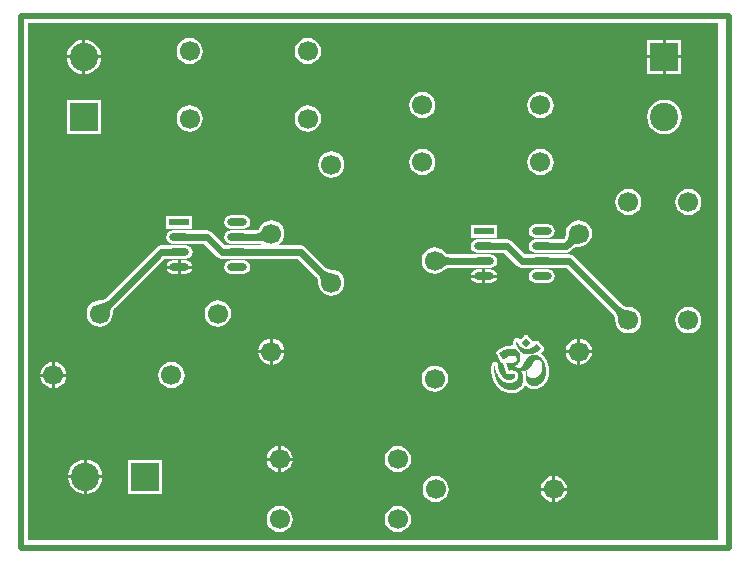
<source format=gtl>
G04 Layer_Physical_Order=1*
G04 Layer_Color=6759642*
%FSLAX44Y44*%
%MOMM*%
G71*
G01*
G75*
%ADD10O,1.7000X0.6000*%
%ADD11R,1.7000X0.6000*%
%ADD12C,0.6000*%
%ADD13C,0.5000*%
%ADD14R,2.4000X2.4000*%
%ADD15C,2.4000*%
%ADD16R,2.4000X2.4000*%
%ADD17C,1.7000*%
G36*
X590550Y6350D02*
X6350D01*
Y444500D01*
X590550D01*
Y6350D01*
D02*
G37*
%LPC*%
G36*
X223058Y164630D02*
X213360D01*
Y154932D01*
X214972Y155144D01*
X217658Y156257D01*
X219964Y158026D01*
X221733Y160332D01*
X222846Y163018D01*
X223058Y164630D01*
D02*
G37*
G36*
X471170D02*
X461472D01*
X461684Y163018D01*
X462797Y160332D01*
X464566Y158026D01*
X466872Y156257D01*
X469558Y155144D01*
X471170Y154932D01*
Y164630D01*
D02*
G37*
G36*
X210820Y176868D02*
X209208Y176656D01*
X206522Y175543D01*
X204216Y173774D01*
X202447Y171468D01*
X201334Y168782D01*
X201122Y167170D01*
X210820D01*
Y176868D01*
D02*
G37*
G36*
X483408Y164630D02*
X473710D01*
Y154932D01*
X475322Y155144D01*
X478008Y156257D01*
X480314Y158026D01*
X482083Y160332D01*
X483196Y163018D01*
X483408Y164630D01*
D02*
G37*
G36*
X210820D02*
X201122D01*
X201334Y163018D01*
X202447Y160332D01*
X204216Y158026D01*
X206522Y156257D01*
X209208Y155144D01*
X210820Y154932D01*
Y164630D01*
D02*
G37*
G36*
X38438Y144780D02*
X28740D01*
Y135082D01*
X30352Y135294D01*
X33038Y136407D01*
X35344Y138176D01*
X37113Y140482D01*
X38226Y143168D01*
X38438Y144780D01*
D02*
G37*
G36*
X26200D02*
X16502D01*
X16714Y143168D01*
X17827Y140482D01*
X19596Y138176D01*
X21902Y136407D01*
X24588Y135294D01*
X26200Y135082D01*
Y144780D01*
D02*
G37*
G36*
X28740Y157018D02*
Y147320D01*
X38438D01*
X38226Y148932D01*
X37113Y151618D01*
X35344Y153924D01*
X33038Y155693D01*
X30352Y156806D01*
X28740Y157018D01*
D02*
G37*
G36*
X26200D02*
X24588Y156806D01*
X21902Y155693D01*
X19596Y153924D01*
X17827Y151618D01*
X16714Y148932D01*
X16502Y147320D01*
X26200D01*
Y157018D01*
D02*
G37*
G36*
X471170Y176868D02*
X469558Y176656D01*
X466872Y175543D01*
X464566Y173774D01*
X462797Y171468D01*
X461684Y168782D01*
X461472Y167170D01*
X471170D01*
Y176868D01*
D02*
G37*
G36*
X118910Y255839D02*
X116748Y255409D01*
X114916Y254184D01*
X114916Y254184D01*
X71426Y210694D01*
X71209Y210521D01*
X70742Y210206D01*
X70264Y209938D01*
X69771Y209713D01*
X69260Y209531D01*
X68727Y209388D01*
X68166Y209287D01*
X67575Y209227D01*
X67140Y209216D01*
X66840Y209255D01*
X63958Y208876D01*
X61272Y207763D01*
X58966Y205994D01*
X57197Y203688D01*
X56084Y201002D01*
X55705Y198120D01*
X56084Y195238D01*
X57197Y192552D01*
X58966Y190246D01*
X61272Y188477D01*
X63958Y187364D01*
X66840Y186985D01*
X69722Y187364D01*
X72408Y188477D01*
X74714Y190246D01*
X76483Y192552D01*
X77596Y195238D01*
X77975Y198120D01*
X77936Y198420D01*
X77947Y198855D01*
X78007Y199446D01*
X78108Y200007D01*
X78251Y200540D01*
X78433Y201051D01*
X78658Y201544D01*
X78926Y202022D01*
X79241Y202489D01*
X79414Y202706D01*
X121250Y244541D01*
X139750D01*
X141912Y244971D01*
X143744Y246196D01*
X144969Y248028D01*
X145399Y250190D01*
X144969Y252352D01*
X143744Y254184D01*
X141912Y255409D01*
X139750Y255839D01*
X118910D01*
X118910Y255839D01*
D02*
G37*
G36*
X166840Y209255D02*
X163958Y208876D01*
X161272Y207763D01*
X158966Y205994D01*
X157197Y203688D01*
X156084Y201002D01*
X155705Y198120D01*
X156084Y195238D01*
X157197Y192552D01*
X158966Y190246D01*
X161272Y188477D01*
X163958Y187364D01*
X166840Y186985D01*
X169722Y187364D01*
X172408Y188477D01*
X174714Y190246D01*
X176483Y192552D01*
X177596Y195238D01*
X177975Y198120D01*
X177596Y201002D01*
X176483Y203688D01*
X174714Y205994D01*
X172408Y207763D01*
X169722Y208876D01*
X166840Y209255D01*
D02*
G37*
G36*
X402956Y228600D02*
X393330D01*
Y224221D01*
X397560D01*
X399722Y224651D01*
X401554Y225876D01*
X402779Y227708D01*
X402956Y228600D01*
D02*
G37*
G36*
X390790D02*
X381164D01*
X381342Y227708D01*
X382566Y225876D01*
X384398Y224651D01*
X386560Y224221D01*
X390790D01*
Y228600D01*
D02*
G37*
G36*
X565150Y203705D02*
X562268Y203326D01*
X559582Y202213D01*
X557276Y200444D01*
X555507Y198138D01*
X554394Y195452D01*
X554015Y192570D01*
X554394Y189688D01*
X555507Y187002D01*
X557276Y184696D01*
X559582Y182927D01*
X562268Y181814D01*
X565150Y181435D01*
X568032Y181814D01*
X570718Y182927D01*
X573024Y184696D01*
X574793Y187002D01*
X575906Y189688D01*
X576285Y192570D01*
X575906Y195452D01*
X574793Y198138D01*
X573024Y200444D01*
X570718Y202213D01*
X568032Y203326D01*
X565150Y203705D01*
D02*
G37*
G36*
X473710Y176868D02*
Y167170D01*
X483408D01*
X483196Y168782D01*
X482083Y171468D01*
X480314Y173774D01*
X478008Y175543D01*
X475322Y176656D01*
X473710Y176868D01*
D02*
G37*
G36*
X213360D02*
Y167170D01*
X223058D01*
X222846Y168782D01*
X221733Y171468D01*
X219964Y173774D01*
X217658Y175543D01*
X214972Y176656D01*
X213360Y176868D01*
D02*
G37*
G36*
X411480Y260919D02*
X411480Y260919D01*
X386560D01*
X384398Y260489D01*
X382566Y259264D01*
X381342Y257432D01*
X380911Y255270D01*
X381342Y253108D01*
X382566Y251276D01*
X384398Y250051D01*
X386560Y249622D01*
X409140D01*
X420186Y238576D01*
X420186Y238576D01*
X422018Y237351D01*
X424180Y236921D01*
X424180Y236922D01*
X462010D01*
X501776Y197156D01*
X501949Y196939D01*
X502264Y196472D01*
X502532Y195994D01*
X502757Y195501D01*
X502939Y194990D01*
X503082Y194457D01*
X503183Y193896D01*
X503243Y193305D01*
X503254Y192870D01*
X503215Y192570D01*
X503594Y189688D01*
X504707Y187002D01*
X506476Y184696D01*
X508782Y182927D01*
X511468Y181814D01*
X514350Y181435D01*
X517232Y181814D01*
X519918Y182927D01*
X522224Y184696D01*
X523993Y187002D01*
X525106Y189688D01*
X525485Y192570D01*
X525106Y195452D01*
X523993Y198138D01*
X522224Y200444D01*
X519918Y202213D01*
X517232Y203326D01*
X514350Y203705D01*
X514050Y203666D01*
X513615Y203677D01*
X513024Y203737D01*
X512463Y203838D01*
X511930Y203981D01*
X511419Y204163D01*
X510926Y204388D01*
X510448Y204656D01*
X509981Y204971D01*
X509764Y205144D01*
X468344Y246564D01*
X466512Y247789D01*
X464350Y248219D01*
X464350Y248218D01*
X426520D01*
X415474Y259264D01*
X413642Y260489D01*
X411480Y260919D01*
D02*
G37*
G36*
X427890Y180130D02*
X427809Y180114D01*
X427726Y180125D01*
X427316Y180016D01*
X426899Y179933D01*
X426830Y179886D01*
X426750Y179865D01*
X426412Y179607D01*
X426059Y179371D01*
X426013Y179302D01*
X425947Y179252D01*
X423367Y176324D01*
X422880Y176304D01*
X422516Y176374D01*
X421923Y176606D01*
X421844Y176697D01*
X421682Y176958D01*
X421518Y177076D01*
X421385Y177230D01*
X421111Y177369D01*
X420862Y177548D01*
X420664Y177594D01*
X420483Y177685D01*
X420177Y177708D01*
X419878Y177778D01*
X419678Y177745D01*
X419476Y177761D01*
X419184Y177665D01*
X418881Y177615D01*
X418708Y177508D01*
X418516Y177445D01*
X418283Y177244D01*
X418022Y177082D01*
X417904Y176918D01*
X417750Y176785D01*
X417612Y176511D01*
X417432Y176262D01*
X417386Y176064D01*
X417295Y175883D01*
X417045Y174983D01*
X417019Y174634D01*
X416950Y174290D01*
Y172740D01*
X417009Y172444D01*
X417012Y172352D01*
X416974Y172196D01*
X416859Y171994D01*
X415950Y171150D01*
X415717Y171160D01*
X415634Y171147D01*
X415550Y171161D01*
X414885Y171145D01*
X414829Y171133D01*
X414772Y171140D01*
X413941Y171084D01*
X413898Y171073D01*
X413854Y171077D01*
X413258Y171016D01*
X413224Y171006D01*
X413189Y171008D01*
X412695Y170945D01*
X412653Y170931D01*
X412607Y170932D01*
X411823Y170804D01*
X411763Y170782D01*
X411699Y170781D01*
X410829Y170595D01*
X410771Y170570D01*
X410709Y170566D01*
X410138Y170415D01*
X410078Y170386D01*
X410010Y170378D01*
X409170Y170109D01*
X409101Y170071D01*
X409025Y170058D01*
X408386Y169811D01*
X408319Y169768D01*
X408241Y169750D01*
X407502Y169411D01*
X407432Y169360D01*
X407350Y169335D01*
X406490Y168870D01*
X406440Y168828D01*
X406378Y168806D01*
X405734Y168416D01*
X405703Y168387D01*
X405664Y168372D01*
X405031Y167959D01*
X405010Y167939D01*
X404983Y167927D01*
X404301Y167462D01*
X404200Y167359D01*
X404075Y167288D01*
X403522Y166814D01*
X403409Y166669D01*
X403262Y166557D01*
X403100Y166275D01*
X402899Y166019D01*
X402849Y165842D01*
X402757Y165682D01*
X402715Y165360D01*
X402627Y165046D01*
X402649Y164863D01*
X402625Y164680D01*
X402709Y164366D01*
X402748Y164043D01*
X402839Y163882D01*
X402886Y163704D01*
X405713Y157969D01*
X405855Y157783D01*
X405956Y157571D01*
X406160Y157386D01*
X406328Y157167D01*
X406531Y157050D01*
X406704Y156893D01*
X406964Y156800D01*
X407203Y156662D01*
X407435Y156631D01*
X407656Y156552D01*
X407931Y156566D01*
X408138Y156538D01*
X408179Y156358D01*
X408209Y156025D01*
X410437Y148476D01*
X410560Y148242D01*
X410637Y147988D01*
X410793Y147799D01*
X410907Y147582D01*
X411110Y147412D01*
X411279Y147207D01*
X411495Y147092D01*
X411683Y146935D01*
X411936Y146856D01*
X412170Y146731D01*
X412414Y146707D01*
X412648Y146634D01*
X412912Y146658D01*
X413176Y146632D01*
X413410Y146703D01*
X413654Y146726D01*
X413889Y146849D01*
X414142Y146926D01*
X414332Y147081D01*
X414549Y147195D01*
X414696Y147371D01*
X414749Y147405D01*
X414868Y147437D01*
X415594Y147526D01*
X415905Y147532D01*
X416107Y147522D01*
X416897Y147394D01*
X417311Y147268D01*
X417728Y147089D01*
X418083Y146878D01*
X418239Y146754D01*
X418377Y146605D01*
X418417Y146544D01*
X418475Y146420D01*
X418549Y146177D01*
X418593Y145906D01*
X418610Y145615D01*
X418600Y145285D01*
X418565Y144970D01*
X418529Y144766D01*
X418488Y144588D01*
X418367Y144203D01*
X418325Y144103D01*
X418139Y143757D01*
X417990Y143550D01*
X417866Y143411D01*
X417696Y143250D01*
X417567Y143144D01*
X417294Y142951D01*
X416991Y142771D01*
X416796Y142671D01*
X416582Y142573D01*
X416287Y142455D01*
X416023Y142363D01*
X415808Y142299D01*
X415318Y142181D01*
X414936Y142114D01*
X414695Y142082D01*
X414353Y142050D01*
X414088Y142035D01*
X413818Y142027D01*
X413465Y142028D01*
X413071Y142043D01*
X412761Y142065D01*
X412415Y142102D01*
X412076Y142151D01*
X411747Y142211D01*
X411427Y142284D01*
X411119Y142369D01*
X410817Y142467D01*
X410601Y142548D01*
X410316Y142671D01*
X410127Y142764D01*
X409800Y142946D01*
X409552Y143105D01*
X409295Y143288D01*
X409111Y143430D01*
X408749Y143741D01*
X408397Y144079D01*
X408236Y144248D01*
X407692Y144878D01*
X407395Y145264D01*
X407008Y145817D01*
X406644Y146393D01*
X406405Y146803D01*
X406047Y147475D01*
X405501Y148639D01*
X405395Y148888D01*
X405039Y149780D01*
X404694Y150738D01*
X404496Y151362D01*
X404303Y152087D01*
X404138Y152941D01*
X404057Y153667D01*
X404021Y154524D01*
X403958Y154789D01*
X403943Y155060D01*
X403812Y155573D01*
X403715Y155775D01*
X403665Y155993D01*
X403499Y156226D01*
X403375Y156484D01*
X403208Y156634D01*
X403078Y156816D01*
X402836Y156968D01*
X402623Y157159D01*
X402412Y157233D01*
X402222Y157352D01*
X401940Y157400D01*
X401670Y157495D01*
X401446Y157483D01*
X401226Y157520D01*
X400946Y157455D01*
X400661Y157440D01*
X400459Y157343D01*
X400241Y157293D01*
X400007Y157127D01*
X399749Y157003D01*
X399600Y156837D01*
X399418Y156707D01*
X399266Y156464D01*
X399075Y156251D01*
X399000Y156040D01*
X398882Y155850D01*
X398751Y155506D01*
X398714Y155288D01*
X398630Y155082D01*
X398524Y154537D01*
X398524Y154514D01*
X398516Y154493D01*
X398450Y154118D01*
X398451Y154080D01*
X398438Y154044D01*
X398323Y153263D01*
X398327Y153178D01*
X398304Y153096D01*
X398215Y152000D01*
X398226Y151911D01*
X398207Y151823D01*
X398199Y151157D01*
X398210Y151097D01*
X398200Y151037D01*
X398233Y150073D01*
X398245Y150020D01*
X398239Y149966D01*
X398301Y149148D01*
X398314Y149099D01*
X398310Y149048D01*
X398424Y148051D01*
X398439Y148006D01*
X398437Y147959D01*
X398553Y147192D01*
X398577Y147126D01*
X398577Y147056D01*
X398966Y145172D01*
X398989Y145117D01*
X398992Y145057D01*
X399086Y144687D01*
X399103Y144651D01*
X399107Y144612D01*
X399410Y143554D01*
X399432Y143511D01*
X399438Y143463D01*
X399645Y142831D01*
X399666Y142794D01*
X399672Y142751D01*
X399957Y141968D01*
X399983Y141924D01*
X399993Y141875D01*
X400308Y141102D01*
X400332Y141067D01*
X400341Y141025D01*
X400545Y140569D01*
X400568Y140536D01*
X400578Y140498D01*
X400867Y139899D01*
X400891Y139868D01*
X400902Y139830D01*
X401106Y139438D01*
X401134Y139403D01*
X401148Y139359D01*
X401527Y138688D01*
X401562Y138649D01*
X401580Y138600D01*
X401868Y138134D01*
X401896Y138104D01*
X401912Y138066D01*
X402153Y137702D01*
X402187Y137668D01*
X402207Y137624D01*
X402586Y137095D01*
X402632Y137052D01*
X402662Y136995D01*
X403097Y136446D01*
X403158Y136394D01*
X403199Y136325D01*
X403806Y135649D01*
X403879Y135594D01*
X403932Y135519D01*
X404579Y134892D01*
X404659Y134840D01*
X404718Y134767D01*
X405446Y134158D01*
X405534Y134109D01*
X405603Y134036D01*
X406413Y133457D01*
X406511Y133413D01*
X406590Y133342D01*
X407486Y132806D01*
X407595Y132767D01*
X407687Y132697D01*
X408719Y132198D01*
X408808Y132175D01*
X408885Y132124D01*
X409466Y131892D01*
X409526Y131881D01*
X409578Y131850D01*
X410170Y131644D01*
X410223Y131637D01*
X410269Y131612D01*
X410770Y131460D01*
X410811Y131456D01*
X410848Y131438D01*
X411253Y131329D01*
X411292Y131327D01*
X411327Y131310D01*
X411838Y131189D01*
X411891Y131187D01*
X411940Y131167D01*
X412767Y131005D01*
X412822Y131005D01*
X412873Y130987D01*
X413552Y130883D01*
X413591Y130885D01*
X413629Y130872D01*
X414049Y130821D01*
X414102Y130825D01*
X414154Y130810D01*
X414995Y130742D01*
X415076Y130751D01*
X415155Y130733D01*
X415890Y130719D01*
X415956Y130731D01*
X416022Y130720D01*
X416387Y130731D01*
X416443Y130744D01*
X416500Y130737D01*
X416967Y130773D01*
X417035Y130792D01*
X417106Y130787D01*
X417570Y130847D01*
X417646Y130872D01*
X417726Y130872D01*
X418235Y130970D01*
X418296Y130995D01*
X418362Y130998D01*
X418665Y131072D01*
X418717Y131096D01*
X418774Y131101D01*
X419224Y131233D01*
X419287Y131265D01*
X419356Y131275D01*
X419899Y131466D01*
X419961Y131503D01*
X420033Y131517D01*
X420615Y131759D01*
X420664Y131791D01*
X420721Y131805D01*
X421152Y132007D01*
X421184Y132031D01*
X421223Y132042D01*
X421554Y132209D01*
X421577Y132227D01*
X421606Y132236D01*
X421888Y132387D01*
X421910Y132405D01*
X421937Y132414D01*
X422309Y132623D01*
X422335Y132645D01*
X422366Y132656D01*
X422687Y132847D01*
X422712Y132870D01*
X422744Y132882D01*
X423014Y133053D01*
X423040Y133077D01*
X423073Y133091D01*
X423338Y133269D01*
X423369Y133300D01*
X423409Y133318D01*
X423710Y133534D01*
X423741Y133567D01*
X423781Y133588D01*
X423989Y133749D01*
X424029Y133793D01*
X424081Y133822D01*
X424440Y134127D01*
X424487Y134186D01*
X424551Y134227D01*
X424814Y134478D01*
X424877Y134567D01*
X424964Y134633D01*
X425409Y135134D01*
X425476Y135248D01*
X425573Y135338D01*
X425844Y135714D01*
X425887Y135808D01*
X425957Y135885D01*
X426199Y136282D01*
X426236Y136384D01*
X426302Y136470D01*
X426392Y136649D01*
X426759Y136883D01*
X427491Y136999D01*
X427519Y136997D01*
X427905Y136894D01*
X427995Y136803D01*
X428131Y136713D01*
X428237Y136589D01*
X429276Y135781D01*
X429385Y135726D01*
X429473Y135642D01*
X429996Y135308D01*
X430186Y135233D01*
X430354Y135116D01*
X430784Y134929D01*
X430796Y134926D01*
X430807Y134919D01*
X431163Y134768D01*
X431265Y134747D01*
X431356Y134695D01*
X432087Y134451D01*
X432193Y134437D01*
X432289Y134392D01*
X432663Y134300D01*
X432743Y134297D01*
X432818Y134267D01*
X433270Y134185D01*
X433391Y134187D01*
X433507Y134153D01*
X434266Y134087D01*
X434383Y134100D01*
X434498Y134077D01*
X434878Y134078D01*
X434965Y134095D01*
X435052Y134084D01*
X435506Y134116D01*
X435601Y134142D01*
X435699Y134137D01*
X436225Y134213D01*
X436310Y134244D01*
X436400Y134245D01*
X436847Y134342D01*
X436906Y134368D01*
X436970Y134372D01*
X437265Y134451D01*
X437313Y134475D01*
X437367Y134481D01*
X437732Y134595D01*
X437785Y134625D01*
X437846Y134634D01*
X438278Y134792D01*
X438330Y134824D01*
X438390Y134836D01*
X438815Y135014D01*
X438935Y135094D01*
X439073Y135139D01*
X440815Y136106D01*
X440934Y136207D01*
X441076Y136272D01*
X441634Y136676D01*
X441684Y136729D01*
X441748Y136763D01*
X442163Y137100D01*
X442219Y137167D01*
X442293Y137213D01*
X442964Y137836D01*
X443010Y137900D01*
X443075Y137945D01*
X443338Y138221D01*
X443374Y138277D01*
X443426Y138318D01*
X443874Y138837D01*
X443902Y138887D01*
X443946Y138924D01*
X444088Y139104D01*
X444113Y139154D01*
X444154Y139192D01*
X444556Y139748D01*
X444584Y139810D01*
X444632Y139860D01*
X444880Y140244D01*
X444901Y140298D01*
X444940Y140341D01*
X445209Y140802D01*
X445225Y140847D01*
X445256Y140885D01*
X445400Y141153D01*
X445410Y141187D01*
X445431Y141214D01*
X445569Y141486D01*
X445579Y141523D01*
X445601Y141554D01*
X445763Y141899D01*
X445773Y141940D01*
X445797Y141975D01*
X445947Y142326D01*
X445957Y142371D01*
X445981Y142409D01*
X446147Y142835D01*
X446156Y142888D01*
X446183Y142934D01*
X446355Y143438D01*
X446362Y143489D01*
X446386Y143535D01*
X446517Y143972D01*
X446521Y144017D01*
X446541Y144059D01*
X446656Y144500D01*
X446659Y144544D01*
X446677Y144584D01*
X446777Y145028D01*
X446778Y145070D01*
X446794Y145109D01*
X446880Y145557D01*
X446880Y145597D01*
X446894Y145635D01*
X446967Y146084D01*
X446965Y146123D01*
X446978Y146160D01*
X447037Y146611D01*
X447034Y146654D01*
X447046Y146695D01*
X447106Y147299D01*
X447102Y147339D01*
X447112Y147379D01*
X447143Y147833D01*
X447139Y147866D01*
X447146Y147898D01*
X447166Y148353D01*
X447161Y148379D01*
X447167Y148405D01*
X447174Y148709D01*
X447170Y148729D01*
X447174Y148748D01*
X447177Y149052D01*
X447172Y149076D01*
X447176Y149100D01*
X447171Y149556D01*
X447165Y149583D01*
X447170Y149610D01*
X447155Y150067D01*
X447149Y150092D01*
X447153Y150118D01*
X447129Y150574D01*
X447122Y150601D01*
X447125Y150629D01*
X447080Y151237D01*
X447074Y151262D01*
X447076Y151288D01*
X447033Y151743D01*
X447028Y151763D01*
X447029Y151783D01*
X446988Y152161D01*
X446983Y152177D01*
X446984Y152194D01*
X446947Y152497D01*
X446942Y152512D01*
X446943Y152528D01*
X446902Y152830D01*
X446897Y152845D01*
X446898Y152862D01*
X446853Y153163D01*
X446846Y153184D01*
X446846Y153206D01*
X446772Y153656D01*
X446763Y153680D01*
X446763Y153706D01*
X446694Y154080D01*
X446682Y154110D01*
X446681Y154142D01*
X446556Y154736D01*
X446541Y154770D01*
X446540Y154807D01*
X446433Y155250D01*
X446422Y155275D01*
X446420Y155303D01*
X446343Y155597D01*
X446332Y155618D01*
X446331Y155641D01*
X446248Y155933D01*
X446232Y155965D01*
X446228Y156001D01*
X446047Y156582D01*
X446025Y156621D01*
X446019Y156665D01*
X445868Y157096D01*
X445845Y157135D01*
X445838Y157179D01*
X445645Y157675D01*
X445619Y157715D01*
X445609Y157762D01*
X445428Y158181D01*
X445401Y158220D01*
X445390Y158266D01*
X445194Y158677D01*
X445159Y158725D01*
X445142Y158781D01*
X444857Y159317D01*
X444823Y159359D01*
X444804Y159411D01*
X444613Y159739D01*
X444575Y159782D01*
X444553Y159835D01*
X444141Y160472D01*
X444100Y160514D01*
X444076Y160568D01*
X443768Y161001D01*
X443737Y161031D01*
X443718Y161069D01*
X443441Y161432D01*
X443407Y161462D01*
X443386Y161502D01*
X443146Y161797D01*
X443102Y161833D01*
X443074Y161881D01*
X442771Y162221D01*
X442717Y162262D01*
X442680Y162318D01*
X442414Y162587D01*
X442356Y162626D01*
X442315Y162682D01*
X442035Y162937D01*
X441979Y162971D01*
X441938Y163021D01*
X441646Y163262D01*
X441597Y163287D01*
X441561Y163328D01*
X441259Y163557D01*
X441219Y163576D01*
X441188Y163608D01*
X440983Y163753D01*
X440815Y164084D01*
X440785Y164985D01*
X440910Y165326D01*
X441466Y165774D01*
X441519Y165838D01*
X441590Y165881D01*
X442190Y166431D01*
X442457Y166795D01*
X442738Y167147D01*
X442754Y167201D01*
X442787Y167246D01*
X442895Y167684D01*
X443020Y168117D01*
X443014Y168173D01*
X443027Y168228D01*
X442959Y168673D01*
X442909Y169121D01*
X442882Y169171D01*
X442873Y169226D01*
X442639Y169612D01*
X442422Y170007D01*
X438722Y174407D01*
X438550Y174545D01*
X438413Y174717D01*
X438159Y174857D01*
X437933Y175038D01*
X437722Y175100D01*
X437529Y175207D01*
X437241Y175239D01*
X436963Y175320D01*
X436744Y175296D01*
X436525Y175321D01*
X436246Y175241D01*
X435959Y175209D01*
X435765Y175103D01*
X435554Y175042D01*
X435505Y175003D01*
X434572Y174918D01*
X433991Y175145D01*
X433882Y175214D01*
X433837Y175256D01*
X429721Y179371D01*
X429652Y179417D01*
X429602Y179483D01*
X429234Y179697D01*
X428881Y179933D01*
X428800Y179949D01*
X428728Y179990D01*
X428307Y180047D01*
X427890Y180130D01*
D02*
G37*
G36*
X53330Y58730D02*
X40102D01*
X40434Y56204D01*
X41899Y52667D01*
X44230Y49630D01*
X47267Y47299D01*
X50804Y45834D01*
X53330Y45502D01*
Y58730D01*
D02*
G37*
G36*
X119940Y74540D02*
X90860D01*
Y45460D01*
X119940D01*
Y74540D01*
D02*
G37*
G36*
X450050Y60498D02*
X448438Y60286D01*
X445752Y59173D01*
X443446Y57404D01*
X441677Y55098D01*
X440564Y52412D01*
X440352Y50800D01*
X450050D01*
Y60498D01*
D02*
G37*
G36*
X69098Y58730D02*
X55870D01*
Y45502D01*
X58396Y45834D01*
X61933Y47299D01*
X64970Y49630D01*
X67301Y52667D01*
X68766Y56204D01*
X69098Y58730D01*
D02*
G37*
G36*
X462288Y48260D02*
X452590D01*
Y38562D01*
X454202Y38774D01*
X456888Y39887D01*
X459194Y41656D01*
X460963Y43962D01*
X462076Y46648D01*
X462288Y48260D01*
D02*
G37*
G36*
X319240Y35265D02*
X316358Y34886D01*
X313672Y33773D01*
X311366Y32004D01*
X309597Y29698D01*
X308484Y27012D01*
X308105Y24130D01*
X308484Y21248D01*
X309597Y18562D01*
X311366Y16256D01*
X313672Y14487D01*
X316358Y13374D01*
X319240Y12995D01*
X322122Y13374D01*
X324808Y14487D01*
X327114Y16256D01*
X328883Y18562D01*
X329996Y21248D01*
X330375Y24130D01*
X329996Y27012D01*
X328883Y29698D01*
X327114Y32004D01*
X324808Y33773D01*
X322122Y34886D01*
X319240Y35265D01*
D02*
G37*
G36*
X219240D02*
X216358Y34886D01*
X213672Y33773D01*
X211366Y32004D01*
X209597Y29698D01*
X208484Y27012D01*
X208105Y24130D01*
X208484Y21248D01*
X209597Y18562D01*
X211366Y16256D01*
X213672Y14487D01*
X216358Y13374D01*
X219240Y12995D01*
X222122Y13374D01*
X224808Y14487D01*
X227114Y16256D01*
X228883Y18562D01*
X229996Y21248D01*
X230375Y24130D01*
X229996Y27012D01*
X228883Y29698D01*
X227114Y32004D01*
X224808Y33773D01*
X222122Y34886D01*
X219240Y35265D01*
D02*
G37*
G36*
X450050Y48260D02*
X440352D01*
X440564Y46648D01*
X441677Y43962D01*
X443446Y41656D01*
X445752Y39887D01*
X448438Y38774D01*
X450050Y38562D01*
Y48260D01*
D02*
G37*
G36*
X351320Y60665D02*
X348438Y60286D01*
X345752Y59173D01*
X343446Y57404D01*
X341677Y55098D01*
X340564Y52412D01*
X340185Y49530D01*
X340564Y46648D01*
X341677Y43962D01*
X343446Y41656D01*
X345752Y39887D01*
X348438Y38774D01*
X351320Y38395D01*
X354202Y38774D01*
X356888Y39887D01*
X359194Y41656D01*
X360963Y43962D01*
X362076Y46648D01*
X362455Y49530D01*
X362076Y52412D01*
X360963Y55098D01*
X359194Y57404D01*
X356888Y59173D01*
X354202Y60286D01*
X351320Y60665D01*
D02*
G37*
G36*
X452590Y60498D02*
Y50800D01*
X462288D01*
X462076Y52412D01*
X460963Y55098D01*
X459194Y57404D01*
X456888Y59173D01*
X454202Y60286D01*
X452590Y60498D01*
D02*
G37*
G36*
X220510Y85898D02*
Y76200D01*
X230208D01*
X229996Y77812D01*
X228883Y80498D01*
X227114Y82804D01*
X224808Y84573D01*
X222122Y85686D01*
X220510Y85898D01*
D02*
G37*
G36*
X217970D02*
X216358Y85686D01*
X213672Y84573D01*
X211366Y82804D01*
X209597Y80498D01*
X208484Y77812D01*
X208272Y76200D01*
X217970D01*
Y85898D01*
D02*
G37*
G36*
X127470Y157185D02*
X124588Y156806D01*
X121902Y155693D01*
X119596Y153924D01*
X117827Y151618D01*
X116714Y148932D01*
X116335Y146050D01*
X116714Y143168D01*
X117827Y140482D01*
X119596Y138176D01*
X121902Y136407D01*
X124588Y135294D01*
X127470Y134915D01*
X130352Y135294D01*
X133038Y136407D01*
X135344Y138176D01*
X137113Y140482D01*
X138226Y143168D01*
X138605Y146050D01*
X138226Y148932D01*
X137113Y151618D01*
X135344Y153924D01*
X133038Y155693D01*
X130352Y156806D01*
X127470Y157185D01*
D02*
G37*
G36*
X350520Y154175D02*
X347638Y153796D01*
X344952Y152683D01*
X342646Y150914D01*
X340877Y148608D01*
X339764Y145922D01*
X339385Y143040D01*
X339764Y140158D01*
X340877Y137472D01*
X342646Y135166D01*
X344952Y133397D01*
X347638Y132284D01*
X350520Y131905D01*
X353402Y132284D01*
X356088Y133397D01*
X358394Y135166D01*
X360163Y137472D01*
X361276Y140158D01*
X361655Y143040D01*
X361276Y145922D01*
X360163Y148608D01*
X358394Y150914D01*
X356088Y152683D01*
X353402Y153796D01*
X350520Y154175D01*
D02*
G37*
G36*
X230208Y73660D02*
X220510D01*
Y63962D01*
X222122Y64174D01*
X224808Y65287D01*
X227114Y67056D01*
X228883Y69362D01*
X229996Y72048D01*
X230208Y73660D01*
D02*
G37*
G36*
X55870Y74498D02*
Y61270D01*
X69098D01*
X68766Y63796D01*
X67301Y67333D01*
X64970Y70370D01*
X61933Y72701D01*
X58396Y74166D01*
X55870Y74498D01*
D02*
G37*
G36*
X53330D02*
X50804Y74166D01*
X47267Y72701D01*
X44230Y70370D01*
X41899Y67333D01*
X40434Y63796D01*
X40102Y61270D01*
X53330D01*
Y74498D01*
D02*
G37*
G36*
X217970Y73660D02*
X208272D01*
X208484Y72048D01*
X209597Y69362D01*
X211366Y67056D01*
X213672Y65287D01*
X216358Y64174D01*
X217970Y63962D01*
Y73660D01*
D02*
G37*
G36*
X319240Y86065D02*
X316358Y85686D01*
X313672Y84573D01*
X311366Y82804D01*
X309597Y80498D01*
X308484Y77812D01*
X308105Y74930D01*
X308484Y72048D01*
X309597Y69362D01*
X311366Y67056D01*
X313672Y65287D01*
X316358Y64174D01*
X319240Y63795D01*
X322122Y64174D01*
X324808Y65287D01*
X327114Y67056D01*
X328883Y69362D01*
X329996Y72048D01*
X330375Y74930D01*
X329996Y77812D01*
X328883Y80498D01*
X327114Y82804D01*
X324808Y84573D01*
X322122Y85686D01*
X319240Y86065D01*
D02*
G37*
G36*
X446560Y235518D02*
X435560D01*
X433398Y235089D01*
X431566Y233864D01*
X430341Y232032D01*
X429911Y229870D01*
X430341Y227708D01*
X431566Y225876D01*
X433398Y224651D01*
X435560Y224221D01*
X446560D01*
X448722Y224651D01*
X450554Y225876D01*
X451778Y227708D01*
X452209Y229870D01*
X451778Y232032D01*
X450554Y233864D01*
X448722Y235089D01*
X446560Y235518D01*
D02*
G37*
G36*
X514350Y303705D02*
X511468Y303326D01*
X508782Y302213D01*
X506476Y300444D01*
X504707Y298138D01*
X503594Y295452D01*
X503215Y292570D01*
X503594Y289688D01*
X504707Y287002D01*
X506476Y284696D01*
X508782Y282927D01*
X511468Y281814D01*
X514350Y281435D01*
X517232Y281814D01*
X519918Y282927D01*
X522224Y284696D01*
X523993Y287002D01*
X525106Y289688D01*
X525485Y292570D01*
X525106Y295452D01*
X523993Y298138D01*
X522224Y300444D01*
X519918Y302213D01*
X517232Y303326D01*
X514350Y303705D01*
D02*
G37*
G36*
X145290Y281130D02*
X123210D01*
Y270050D01*
X145290D01*
Y281130D01*
D02*
G37*
G36*
X262890Y335455D02*
X260008Y335076D01*
X257322Y333963D01*
X255016Y332194D01*
X253247Y329888D01*
X252134Y327202D01*
X251755Y324320D01*
X252134Y321438D01*
X253247Y318752D01*
X255016Y316446D01*
X257322Y314677D01*
X260008Y313564D01*
X262890Y313185D01*
X265772Y313564D01*
X268458Y314677D01*
X270764Y316446D01*
X272533Y318752D01*
X273646Y321438D01*
X274025Y324320D01*
X273646Y327202D01*
X272533Y329888D01*
X270764Y332194D01*
X268458Y333963D01*
X265772Y335076D01*
X262890Y335455D01*
D02*
G37*
G36*
X565150Y303705D02*
X562268Y303326D01*
X559582Y302213D01*
X557276Y300444D01*
X555507Y298138D01*
X554394Y295452D01*
X554015Y292570D01*
X554394Y289688D01*
X555507Y287002D01*
X557276Y284696D01*
X559582Y282927D01*
X562268Y281814D01*
X565150Y281435D01*
X568032Y281814D01*
X570718Y282927D01*
X573024Y284696D01*
X574793Y287002D01*
X575906Y289688D01*
X576285Y292570D01*
X575906Y295452D01*
X574793Y298138D01*
X573024Y300444D01*
X570718Y302213D01*
X568032Y303326D01*
X565150Y303705D01*
D02*
G37*
G36*
X403100Y273510D02*
X381020D01*
Y262430D01*
X403100D01*
Y273510D01*
D02*
G37*
G36*
X446560Y273619D02*
X435560D01*
X433398Y273189D01*
X431566Y271964D01*
X430341Y270132D01*
X429911Y267970D01*
X430341Y265808D01*
X431566Y263976D01*
X433398Y262751D01*
X435560Y262321D01*
X446560D01*
X448722Y262751D01*
X450554Y263976D01*
X451778Y265808D01*
X452209Y267970D01*
X451778Y270132D01*
X450554Y271964D01*
X448722Y273189D01*
X446560Y273619D01*
D02*
G37*
G36*
X559370Y414130D02*
X546100D01*
Y400860D01*
X559370D01*
Y414130D01*
D02*
G37*
G36*
X188750Y281238D02*
X177750D01*
X175588Y280809D01*
X173756Y279584D01*
X172532Y277752D01*
X172101Y275590D01*
X172532Y273428D01*
X173756Y271596D01*
X175588Y270371D01*
X177750Y269942D01*
X188750D01*
X190912Y270371D01*
X192744Y271596D01*
X193969Y273428D01*
X194398Y275590D01*
X193969Y277752D01*
X192744Y279584D01*
X190912Y280809D01*
X188750Y281238D01*
D02*
G37*
G36*
X339890Y337525D02*
X337008Y337146D01*
X334322Y336033D01*
X332016Y334264D01*
X330247Y331958D01*
X329134Y329272D01*
X328755Y326390D01*
X329134Y323508D01*
X330247Y320822D01*
X332016Y318516D01*
X334322Y316747D01*
X337008Y315634D01*
X339890Y315255D01*
X342772Y315634D01*
X345458Y316747D01*
X347764Y318516D01*
X349533Y320822D01*
X350646Y323508D01*
X351025Y326390D01*
X350646Y329272D01*
X349533Y331958D01*
X347764Y334264D01*
X345458Y336033D01*
X342772Y337146D01*
X339890Y337525D01*
D02*
G37*
G36*
Y385785D02*
X337008Y385406D01*
X334322Y384293D01*
X332016Y382524D01*
X330247Y380218D01*
X329134Y377532D01*
X328755Y374650D01*
X329134Y371768D01*
X330247Y369082D01*
X332016Y366776D01*
X334322Y365007D01*
X337008Y363894D01*
X339890Y363515D01*
X342772Y363894D01*
X345458Y365007D01*
X347764Y366776D01*
X349533Y369082D01*
X350646Y371768D01*
X351025Y374650D01*
X350646Y377532D01*
X349533Y380218D01*
X347764Y382524D01*
X345458Y384293D01*
X342772Y385406D01*
X339890Y385785D01*
D02*
G37*
G36*
X243040Y374355D02*
X240158Y373976D01*
X237472Y372863D01*
X235166Y371094D01*
X233397Y368788D01*
X232284Y366102D01*
X231905Y363220D01*
X232284Y360338D01*
X233397Y357652D01*
X235166Y355346D01*
X237472Y353577D01*
X240158Y352464D01*
X243040Y352085D01*
X245922Y352464D01*
X248608Y353577D01*
X250914Y355346D01*
X252683Y357652D01*
X253796Y360338D01*
X254175Y363220D01*
X253796Y366102D01*
X252683Y368788D01*
X250914Y371094D01*
X248608Y372863D01*
X245922Y373976D01*
X243040Y374355D01*
D02*
G37*
G36*
X543560Y414130D02*
X530290D01*
Y400860D01*
X543560D01*
Y414130D01*
D02*
G37*
G36*
X439890Y385785D02*
X437008Y385406D01*
X434322Y384293D01*
X432016Y382524D01*
X430247Y380218D01*
X429134Y377532D01*
X428755Y374650D01*
X429134Y371768D01*
X430247Y369082D01*
X432016Y366776D01*
X434322Y365007D01*
X437008Y363894D01*
X439890Y363515D01*
X442772Y363894D01*
X445458Y365007D01*
X447764Y366776D01*
X449533Y369082D01*
X450646Y371768D01*
X451025Y374650D01*
X450646Y377532D01*
X449533Y380218D01*
X447764Y382524D01*
X445458Y384293D01*
X442772Y385406D01*
X439890Y385785D01*
D02*
G37*
G36*
X544830Y379266D02*
X541034Y378766D01*
X537497Y377301D01*
X534460Y374970D01*
X532129Y371933D01*
X530664Y368396D01*
X530164Y364600D01*
X530664Y360804D01*
X532129Y357267D01*
X534460Y354230D01*
X537497Y351899D01*
X541034Y350434D01*
X544830Y349935D01*
X548626Y350434D01*
X552163Y351899D01*
X555200Y354230D01*
X557531Y357267D01*
X558996Y360804D01*
X559496Y364600D01*
X558996Y368396D01*
X557531Y371933D01*
X555200Y374970D01*
X552163Y377301D01*
X548626Y378766D01*
X544830Y379266D01*
D02*
G37*
G36*
X439890Y337525D02*
X437008Y337146D01*
X434322Y336033D01*
X432016Y334264D01*
X430247Y331958D01*
X429134Y329272D01*
X428755Y326390D01*
X429134Y323508D01*
X430247Y320822D01*
X432016Y318516D01*
X434322Y316747D01*
X437008Y315634D01*
X439890Y315255D01*
X442772Y315634D01*
X445458Y316747D01*
X447764Y318516D01*
X449533Y320822D01*
X450646Y323508D01*
X451025Y326390D01*
X450646Y329272D01*
X449533Y331958D01*
X447764Y334264D01*
X445458Y336033D01*
X442772Y337146D01*
X439890Y337525D01*
D02*
G37*
G36*
X143040Y374355D02*
X140158Y373976D01*
X137472Y372863D01*
X135166Y371094D01*
X133397Y368788D01*
X132284Y366102D01*
X131905Y363220D01*
X132284Y360338D01*
X133397Y357652D01*
X135166Y355346D01*
X137472Y353577D01*
X140158Y352464D01*
X143040Y352085D01*
X145922Y352464D01*
X148608Y353577D01*
X150914Y355346D01*
X152683Y357652D01*
X153796Y360338D01*
X154175Y363220D01*
X153796Y366102D01*
X152683Y368788D01*
X150914Y371094D01*
X148608Y372863D01*
X145922Y373976D01*
X143040Y374355D01*
D02*
G37*
G36*
X67880Y379140D02*
X38800D01*
Y350060D01*
X67880D01*
Y379140D01*
D02*
G37*
G36*
X67838Y414130D02*
X54610D01*
Y400902D01*
X57136Y401234D01*
X60673Y402699D01*
X63710Y405030D01*
X66041Y408067D01*
X67506Y411604D01*
X67838Y414130D01*
D02*
G37*
G36*
X132980Y236220D02*
X123354D01*
X123532Y235328D01*
X124756Y233496D01*
X126588Y232271D01*
X128750Y231842D01*
X132980D01*
Y236220D01*
D02*
G37*
G36*
X52070Y429898D02*
X49544Y429566D01*
X46007Y428101D01*
X42970Y425770D01*
X40639Y422733D01*
X39174Y419196D01*
X38842Y416670D01*
X52070D01*
Y429898D01*
D02*
G37*
G36*
X188750Y243139D02*
X177750D01*
X175588Y242709D01*
X173756Y241484D01*
X172532Y239652D01*
X172101Y237490D01*
X172532Y235328D01*
X173756Y233496D01*
X175588Y232271D01*
X177750Y231842D01*
X188750D01*
X190912Y232271D01*
X192744Y233496D01*
X193969Y235328D01*
X194398Y237490D01*
X193969Y239652D01*
X192744Y241484D01*
X190912Y242709D01*
X188750Y243139D01*
D02*
G37*
G36*
X145146Y236220D02*
X135520D01*
Y231842D01*
X139750D01*
X141912Y232271D01*
X143744Y233496D01*
X144969Y235328D01*
X145146Y236220D01*
D02*
G37*
G36*
X390790Y235518D02*
X386560D01*
X384398Y235089D01*
X382566Y233864D01*
X381342Y232032D01*
X381164Y231140D01*
X390790D01*
Y235518D01*
D02*
G37*
G36*
X559370Y429940D02*
X546100D01*
Y416670D01*
X559370D01*
Y429940D01*
D02*
G37*
G36*
X54610Y429898D02*
Y416670D01*
X67838D01*
X67506Y419196D01*
X66041Y422733D01*
X63710Y425770D01*
X60673Y428101D01*
X57136Y429566D01*
X54610Y429898D01*
D02*
G37*
G36*
X397560Y235518D02*
X393330D01*
Y231140D01*
X402956D01*
X402779Y232032D01*
X401554Y233864D01*
X399722Y235089D01*
X397560Y235518D01*
D02*
G37*
G36*
X350520Y254175D02*
X347638Y253796D01*
X344952Y252683D01*
X342646Y250914D01*
X340877Y248608D01*
X339764Y245922D01*
X339385Y243040D01*
X339764Y240158D01*
X340877Y237472D01*
X342646Y235166D01*
X344952Y233397D01*
X347638Y232284D01*
X350520Y231905D01*
X353402Y232284D01*
X356088Y233397D01*
X357842Y234743D01*
X357934Y234794D01*
X358154Y234982D01*
X358394Y235166D01*
X358440Y235226D01*
X358490Y235269D01*
X358987Y235637D01*
X359490Y235956D01*
X360000Y236228D01*
X360520Y236457D01*
X361053Y236643D01*
X361602Y236789D01*
X362171Y236893D01*
X362433Y236922D01*
X397560D01*
X399722Y237351D01*
X401554Y238576D01*
X402779Y240408D01*
X403209Y242570D01*
X402779Y244732D01*
X401554Y246564D01*
X399722Y247789D01*
X397560Y248218D01*
X362838D01*
X362552Y248252D01*
X362016Y248362D01*
X361510Y248512D01*
X361030Y248702D01*
X360571Y248935D01*
X360127Y249212D01*
X359694Y249539D01*
X359272Y249918D01*
X358789Y250427D01*
X358741Y250461D01*
X358394Y250914D01*
X356088Y252683D01*
X353402Y253796D01*
X350520Y254175D01*
D02*
G37*
G36*
X52070Y414130D02*
X38842D01*
X39174Y411604D01*
X40639Y408067D01*
X42970Y405030D01*
X46007Y402699D01*
X49544Y401234D01*
X52070Y400902D01*
Y414130D01*
D02*
G37*
G36*
X143040Y431505D02*
X140158Y431126D01*
X137472Y430013D01*
X135166Y428244D01*
X133397Y425938D01*
X132284Y423252D01*
X131905Y420370D01*
X132284Y417488D01*
X133397Y414802D01*
X135166Y412496D01*
X137472Y410727D01*
X140158Y409614D01*
X143040Y409235D01*
X145922Y409614D01*
X148608Y410727D01*
X150914Y412496D01*
X152683Y414802D01*
X153796Y417488D01*
X154175Y420370D01*
X153796Y423252D01*
X152683Y425938D01*
X150914Y428244D01*
X148608Y430013D01*
X145922Y431126D01*
X143040Y431505D01*
D02*
G37*
G36*
X212090Y277035D02*
X209208Y276656D01*
X206522Y275543D01*
X204216Y273774D01*
X202447Y271468D01*
X202088Y270602D01*
X201994Y270482D01*
X201734Y269966D01*
X201522Y269646D01*
X201297Y269384D01*
X201055Y269167D01*
X200783Y268982D01*
X200464Y268821D01*
X200086Y268685D01*
X199634Y268577D01*
X199340Y268538D01*
X177750D01*
X175588Y268109D01*
X173756Y266884D01*
X172532Y265052D01*
X172101Y262890D01*
X172532Y260728D01*
X173756Y258896D01*
X175588Y257671D01*
X177750Y257241D01*
X202102D01*
X202962Y257165D01*
X203321Y257108D01*
X203221Y255839D01*
X172520D01*
X161474Y266884D01*
X159642Y268109D01*
X157480Y268539D01*
X157480Y268538D01*
X128750D01*
X126588Y268109D01*
X124756Y266884D01*
X123532Y265052D01*
X123102Y262890D01*
X123532Y260728D01*
X124756Y258896D01*
X126588Y257671D01*
X128750Y257241D01*
X155140D01*
X166186Y246196D01*
X166186Y246196D01*
X168018Y244971D01*
X170180Y244541D01*
X170180Y244541D01*
X234680D01*
X250316Y228906D01*
X250489Y228689D01*
X250804Y228221D01*
X251072Y227744D01*
X251297Y227251D01*
X251479Y226740D01*
X251622Y226207D01*
X251723Y225646D01*
X251783Y225055D01*
X251794Y224620D01*
X251755Y224320D01*
X252134Y221438D01*
X253247Y218752D01*
X255016Y216446D01*
X257322Y214677D01*
X260008Y213564D01*
X262890Y213185D01*
X265772Y213564D01*
X268458Y214677D01*
X270764Y216446D01*
X272533Y218752D01*
X273646Y221438D01*
X274025Y224320D01*
X273646Y227202D01*
X272533Y229888D01*
X270764Y232194D01*
X268458Y233963D01*
X265772Y235076D01*
X262890Y235455D01*
X262590Y235416D01*
X262155Y235427D01*
X261564Y235487D01*
X261003Y235588D01*
X260470Y235731D01*
X259959Y235913D01*
X259466Y236138D01*
X258988Y236406D01*
X258521Y236721D01*
X258304Y236894D01*
X241014Y254184D01*
X239182Y255409D01*
X237020Y255839D01*
X237020Y255839D01*
X219199D01*
X218768Y257108D01*
X219964Y258026D01*
X221733Y260332D01*
X222846Y263018D01*
X223225Y265900D01*
X222846Y268782D01*
X221733Y271468D01*
X219964Y273774D01*
X217658Y275543D01*
X214972Y276656D01*
X212090Y277035D01*
D02*
G37*
G36*
X472440D02*
X469558Y276656D01*
X466872Y275543D01*
X464566Y273774D01*
X462797Y271468D01*
X461684Y268782D01*
X461305Y265900D01*
X461344Y265600D01*
X461333Y265165D01*
X461273Y264574D01*
X461172Y264013D01*
X461029Y263480D01*
X460847Y262969D01*
X460622Y262476D01*
X460354Y261999D01*
X460039Y261531D01*
X459866Y261314D01*
X459470Y260919D01*
X435560D01*
X433398Y260489D01*
X431566Y259264D01*
X430341Y257432D01*
X429911Y255270D01*
X430341Y253108D01*
X431566Y251276D01*
X433398Y250051D01*
X435560Y249622D01*
X461810D01*
X461810Y249621D01*
X463972Y250051D01*
X465804Y251276D01*
X467854Y253326D01*
X468071Y253499D01*
X468539Y253814D01*
X469016Y254082D01*
X469509Y254307D01*
X470020Y254489D01*
X470553Y254632D01*
X471114Y254733D01*
X471705Y254793D01*
X472140Y254804D01*
X472440Y254765D01*
X475322Y255144D01*
X478008Y256257D01*
X480314Y258026D01*
X482083Y260332D01*
X483196Y263018D01*
X483575Y265900D01*
X483196Y268782D01*
X482083Y271468D01*
X480314Y273774D01*
X478008Y275543D01*
X475322Y276656D01*
X472440Y277035D01*
D02*
G37*
G36*
X243040Y431505D02*
X240158Y431126D01*
X237472Y430013D01*
X235166Y428244D01*
X233397Y425938D01*
X232284Y423252D01*
X231905Y420370D01*
X232284Y417488D01*
X233397Y414802D01*
X235166Y412496D01*
X237472Y410727D01*
X240158Y409614D01*
X243040Y409235D01*
X245922Y409614D01*
X248608Y410727D01*
X250914Y412496D01*
X252683Y414802D01*
X253796Y417488D01*
X254175Y420370D01*
X253796Y423252D01*
X252683Y425938D01*
X250914Y428244D01*
X248608Y430013D01*
X245922Y431126D01*
X243040Y431505D01*
D02*
G37*
G36*
X543560Y429940D02*
X530290D01*
Y416670D01*
X543560D01*
Y429940D01*
D02*
G37*
G36*
X139750Y243139D02*
X135520D01*
Y238760D01*
X145146D01*
X144969Y239652D01*
X143744Y241484D01*
X141912Y242709D01*
X139750Y243139D01*
D02*
G37*
G36*
X132980D02*
X128750D01*
X126588Y242709D01*
X124756Y241484D01*
X123532Y239652D01*
X123354Y238760D01*
X132980D01*
Y243139D01*
D02*
G37*
%LPD*%
G36*
X78191Y205229D02*
X77642Y204638D01*
X77151Y204022D01*
X76719Y203381D01*
X76346Y202716D01*
X76032Y202026D01*
X75776Y201311D01*
X75579Y200572D01*
X75440Y199808D01*
X75361Y199019D01*
X75340Y198205D01*
X66925Y206620D01*
X67739Y206641D01*
X68528Y206720D01*
X69292Y206859D01*
X70031Y207056D01*
X70746Y207312D01*
X71436Y207626D01*
X72101Y207999D01*
X72742Y208431D01*
X73358Y208922D01*
X73948Y209471D01*
X78191Y205229D01*
D02*
G37*
G36*
X507832Y203372D02*
X508448Y202881D01*
X509089Y202449D01*
X509754Y202076D01*
X510444Y201762D01*
X511158Y201506D01*
X511898Y201309D01*
X512662Y201170D01*
X513451Y201091D01*
X514265Y201070D01*
X505850Y192655D01*
X505829Y193469D01*
X505750Y194258D01*
X505611Y195022D01*
X505414Y195762D01*
X505158Y196476D01*
X504844Y197166D01*
X504470Y197831D01*
X504039Y198472D01*
X503548Y199088D01*
X502999Y199678D01*
X507242Y203921D01*
X507832Y203372D01*
D02*
G37*
G36*
X432040Y173390D02*
X428090Y169440D01*
X424190Y173340D01*
X427890Y177540D01*
X432040Y173390D01*
D02*
G37*
G36*
X416601Y168532D02*
X417252Y168452D01*
X418019Y168290D01*
X418675Y168080D01*
X419457Y167729D01*
X420248Y167245D01*
X421016Y166613D01*
X421780Y165742D01*
X422268Y164959D01*
X422621Y164148D01*
X422873Y163200D01*
X423021Y161922D01*
X423034Y161089D01*
X422976Y160160D01*
X422786Y159055D01*
X422538Y158241D01*
X422178Y157438D01*
X421686Y156623D01*
X421220Y155982D01*
X420670Y155323D01*
X420040Y154704D01*
X419415Y154234D01*
X418683Y153796D01*
X418189Y153530D01*
X418775Y153356D01*
X419284Y153210D01*
X419701Y153031D01*
X419969Y152887D01*
X420359Y152644D01*
X420615Y152477D01*
X420943Y152290D01*
X421222Y152178D01*
X421443Y152122D01*
X421670Y152087D01*
X421900Y152072D01*
X422055Y152072D01*
X422363Y152100D01*
X422588Y152146D01*
X422872Y152245D01*
X423197Y152431D01*
X423434Y152620D01*
X423714Y152886D01*
X423930Y153108D01*
X424248Y153440D01*
X424557Y153774D01*
X424852Y154117D01*
X425039Y154353D01*
X425303Y154721D01*
X425507Y155040D01*
X425697Y155369D01*
X425841Y155638D01*
X425943Y155843D01*
X426105Y156190D01*
X426198Y156400D01*
X426318Y156682D01*
X426437Y156964D01*
X426558Y157244D01*
X426715Y157589D01*
X426885Y157927D01*
X427112Y158317D01*
X427371Y158686D01*
X427657Y159040D01*
X427902Y159332D01*
X428192Y159688D01*
X428381Y159928D01*
X428665Y160289D01*
X428856Y160526D01*
X429051Y160759D01*
X429355Y161095D01*
X429624Y161358D01*
X429970Y161649D01*
X430340Y161911D01*
X430933Y162256D01*
X431346Y162459D01*
X431696Y162614D01*
X432123Y162782D01*
X432555Y162929D01*
X432994Y163055D01*
X433588Y163188D01*
X434039Y163258D01*
X434572Y163306D01*
X434878Y163317D01*
X435339Y163309D01*
X435645Y163287D01*
X435873Y163262D01*
X436100Y163228D01*
X436474Y163154D01*
X436914Y163034D01*
X437271Y162908D01*
X437756Y162693D01*
X438158Y162480D01*
X438422Y162327D01*
X438683Y162168D01*
X439069Y161922D01*
X439386Y161710D01*
X439697Y161491D01*
X439999Y161262D01*
X440292Y161022D01*
X440571Y160767D01*
X440837Y160498D01*
X441140Y160158D01*
X441381Y159863D01*
X441658Y159500D01*
X441967Y159066D01*
X442379Y158429D01*
X442570Y158102D01*
X442855Y157566D01*
X443050Y157155D01*
X443231Y156736D01*
X443424Y156240D01*
X443575Y155810D01*
X443756Y155230D01*
X443838Y154937D01*
X443915Y154644D01*
X444022Y154201D01*
X444147Y153607D01*
X444217Y153233D01*
X444291Y152784D01*
X444336Y152483D01*
X444377Y152181D01*
X444414Y151879D01*
X444455Y151501D01*
X444498Y151046D01*
X444543Y150438D01*
X444567Y149982D01*
X444581Y149526D01*
X444587Y149070D01*
X444585Y148766D01*
X444578Y148462D01*
X444559Y148007D01*
X444528Y147552D01*
X444469Y146948D01*
X444410Y146496D01*
X444337Y146047D01*
X444251Y145599D01*
X444151Y145154D01*
X444035Y144713D01*
X443905Y144276D01*
X443732Y143772D01*
X443567Y143346D01*
X443417Y142996D01*
X443255Y142650D01*
X443118Y142378D01*
X442974Y142109D01*
X442704Y141648D01*
X442456Y141264D01*
X442055Y140708D01*
X441913Y140529D01*
X441465Y140009D01*
X441202Y139734D01*
X440531Y139111D01*
X440116Y138774D01*
X439558Y138370D01*
X437816Y137403D01*
X437390Y137225D01*
X436958Y137067D01*
X436592Y136952D01*
X436297Y136873D01*
X435851Y136776D01*
X435325Y136699D01*
X434871Y136667D01*
X434492Y136666D01*
X433733Y136733D01*
X433281Y136815D01*
X432907Y136907D01*
X432176Y137151D01*
X431819Y137303D01*
X431390Y137490D01*
X430867Y137824D01*
X429828Y138633D01*
X429447Y139015D01*
X429049Y139482D01*
X428867Y139727D01*
X428616Y140108D01*
X428394Y140503D01*
X428143Y141048D01*
X427986Y141471D01*
X427796Y142122D01*
X427663Y142717D01*
X427559Y143323D01*
X427510Y143675D01*
X427515Y143629D01*
X427495Y143783D01*
X427510Y143675D01*
X427384Y144789D01*
X427332Y145410D01*
X427302Y145950D01*
X427292Y146483D01*
X427309Y147040D01*
X427342Y147444D01*
X427390Y147801D01*
X427561Y148517D01*
X427670Y148819D01*
X427809Y149133D01*
X427963Y149302D01*
X428113Y149314D01*
X428257Y149157D01*
X428262Y148535D01*
X428256Y147942D01*
X428318Y147507D01*
X428465Y147037D01*
X428655Y146528D01*
X428851Y146078D01*
X429156Y145570D01*
X429541Y145118D01*
X429876Y144830D01*
X430200Y144607D01*
X430628Y144359D01*
X430935Y144197D01*
X431338Y144008D01*
X431752Y143858D01*
X432231Y143757D01*
X432871Y143696D01*
X433810Y143660D01*
X434547Y143690D01*
X435082Y143762D01*
X436033Y144024D01*
X436664Y144302D01*
X437217Y144621D01*
X437547Y144838D01*
X438030Y145183D01*
X438423Y145484D01*
X438652Y145673D01*
X438802Y145801D01*
X439092Y146068D01*
X439334Y146313D01*
X439690Y146719D01*
X439985Y147113D01*
X440301Y147612D01*
X440535Y148048D01*
X440705Y148405D01*
X441135Y149562D01*
X441402Y150712D01*
X441487Y151346D01*
X441532Y151885D01*
X441557Y152377D01*
X441569Y152870D01*
X441571Y153116D01*
X441566Y153461D01*
X441535Y154050D01*
X441500Y154392D01*
X441437Y154830D01*
X441321Y155410D01*
X441198Y155888D01*
X441082Y156266D01*
X440893Y156775D01*
X440685Y157221D01*
X440382Y157728D01*
X440082Y158119D01*
X439845Y158370D01*
X439586Y158600D01*
X439306Y158802D01*
X439095Y158929D01*
X438311Y159224D01*
X438020Y159275D01*
X437626Y159299D01*
X437184Y159272D01*
X436604Y159157D01*
X436228Y159034D01*
X435605Y158736D01*
X435056Y158323D01*
X434813Y158081D01*
X434548Y157787D01*
X434224Y157412D01*
X434033Y157186D01*
X433847Y156956D01*
X433559Y156559D01*
X433333Y156181D01*
X433150Y155833D01*
X432931Y155391D01*
X432655Y154867D01*
X432435Y154483D01*
X432205Y154105D01*
X432020Y153815D01*
X431776Y153445D01*
X431467Y153001D01*
X431171Y152608D01*
X430888Y152266D01*
X430523Y151865D01*
X430209Y151552D01*
X429843Y151224D01*
X429500Y150948D01*
X428877Y150550D01*
X428414Y150341D01*
X428071Y150222D01*
X427575Y150084D01*
X426912Y149938D01*
X426536Y149862D01*
X425977Y149767D01*
X425611Y149748D01*
X425105Y149778D01*
X424655Y149840D01*
X424272Y149910D01*
X423928Y149980D01*
X423455Y150084D01*
X423240Y150135D01*
X423462Y149805D01*
X423703Y149342D01*
X424003Y148731D01*
X424219Y148253D01*
X424380Y147864D01*
X424493Y147570D01*
X424565Y147373D01*
X424731Y146876D01*
X424821Y146575D01*
X424998Y145866D01*
X425118Y145201D01*
X425187Y144634D01*
X425226Y144115D01*
X425243Y143384D01*
X425206Y142437D01*
X425148Y141803D01*
X425041Y141008D01*
X424908Y140267D01*
X424707Y139431D01*
X424498Y138772D01*
X424264Y138185D01*
X423985Y137627D01*
X423744Y137229D01*
X423473Y136854D01*
X423028Y136353D01*
X422765Y136102D01*
X422405Y135797D01*
X422197Y135636D01*
X421897Y135420D01*
X421632Y135243D01*
X421361Y135072D01*
X421040Y134880D01*
X420668Y134671D01*
X420386Y134521D01*
X420054Y134353D01*
X419623Y134151D01*
X419040Y133909D01*
X418498Y133719D01*
X418048Y133587D01*
X417746Y133513D01*
X417237Y133415D01*
X416773Y133355D01*
X416306Y133320D01*
X415940Y133308D01*
X415205Y133323D01*
X414364Y133391D01*
X413944Y133443D01*
X413265Y133546D01*
X412437Y133708D01*
X411926Y133830D01*
X411521Y133939D01*
X411020Y134091D01*
X410428Y134296D01*
X409847Y134529D01*
X408815Y135028D01*
X407919Y135564D01*
X407108Y136143D01*
X406381Y136752D01*
X405733Y137380D01*
X405126Y138056D01*
X404691Y138604D01*
X404311Y139133D01*
X404070Y139497D01*
X403782Y139962D01*
X403403Y140633D01*
X403199Y141025D01*
X402910Y141624D01*
X402706Y142081D01*
X402391Y142853D01*
X402106Y143636D01*
X401899Y144268D01*
X401596Y145325D01*
X401502Y145695D01*
X401113Y147579D01*
X400997Y148347D01*
X400883Y149343D01*
X400821Y150161D01*
X400788Y151125D01*
X400797Y151791D01*
X400885Y152887D01*
X401000Y153668D01*
X401066Y154043D01*
X401172Y154587D01*
X401303Y154931D01*
X401434Y154418D01*
X401473Y153469D01*
X401576Y152550D01*
X401777Y151509D01*
X402009Y150637D01*
X402241Y149906D01*
X402617Y148861D01*
X403001Y147899D01*
X403138Y147580D01*
X403730Y146316D01*
X404142Y145543D01*
X404429Y145050D01*
X404852Y144381D01*
X405307Y143731D01*
X405684Y143241D01*
X406319Y142505D01*
X406563Y142250D01*
X407007Y141823D01*
X407473Y141424D01*
X407749Y141209D01*
X408104Y140957D01*
X408470Y140723D01*
X408923Y140469D01*
X409235Y140316D01*
X409634Y140145D01*
X409960Y140023D01*
X410375Y139888D01*
X410797Y139772D01*
X411225Y139674D01*
X411657Y139594D01*
X412094Y139532D01*
X412532Y139485D01*
X412928Y139457D01*
X413412Y139438D01*
X413851Y139437D01*
X414201Y139447D01*
X414550Y139468D01*
X414984Y139508D01*
X415330Y139554D01*
X415845Y139644D01*
X416482Y139797D01*
X416818Y139898D01*
X417193Y140028D01*
X417605Y140193D01*
X417929Y140342D01*
X418246Y140505D01*
X418704Y140777D01*
X419137Y141082D01*
X419408Y141305D01*
X419725Y141604D01*
X420013Y141927D01*
X420341Y142382D01*
X420668Y142993D01*
X420802Y143316D01*
X420989Y143905D01*
X421069Y144253D01*
X421130Y144607D01*
X421185Y145103D01*
X421202Y145649D01*
X421171Y146191D01*
X421077Y146764D01*
X420899Y147351D01*
X420679Y147819D01*
X420418Y148212D01*
X420006Y148656D01*
X419560Y149013D01*
X418906Y149402D01*
X418203Y149704D01*
X417483Y149923D01*
X416376Y150102D01*
X415942Y150123D01*
X415413Y150113D01*
X414368Y149986D01*
X413884Y149853D01*
X413556Y149716D01*
X413192Y149484D01*
X413095Y149400D01*
X412976Y149276D01*
X412921Y149209D01*
X410693Y156758D01*
X411050Y156622D01*
X411486Y156475D01*
X411780Y156388D01*
X412300Y156258D01*
X412676Y156184D01*
X413129Y156119D01*
X413484Y156086D01*
X413941Y156066D01*
X414450Y156072D01*
X414859Y156094D01*
X415215Y156126D01*
X415596Y156174D01*
X416124Y156266D01*
X416720Y156410D01*
X416939Y156474D01*
X417444Y156649D01*
X417864Y156828D01*
X418138Y156962D01*
X418472Y157148D01*
X418859Y157401D01*
X419026Y157523D01*
X419286Y157737D01*
X419628Y158114D01*
X419807Y158445D01*
X419913Y158812D01*
X419961Y159305D01*
X419948Y159671D01*
X419924Y159902D01*
X419880Y160154D01*
X419812Y160424D01*
X419634Y160874D01*
X419482Y161143D01*
X419268Y161431D01*
X418978Y161716D01*
X418837Y161825D01*
X418557Y162003D01*
X418234Y162162D01*
X417873Y162302D01*
X417528Y162409D01*
X417279Y162471D01*
X417053Y162518D01*
X416446Y162599D01*
X416039Y162619D01*
X415836Y162619D01*
X415354Y162594D01*
X414949Y162546D01*
X414397Y162445D01*
X413802Y162295D01*
X413362Y162158D01*
X412594Y161875D01*
X412289Y161747D01*
X411733Y161491D01*
X411279Y161261D01*
X410656Y160913D01*
X410308Y160702D01*
X410028Y160525D01*
X409731Y160330D01*
X409353Y160071D01*
X409104Y159895D01*
X408773Y159657D01*
X408465Y159432D01*
X408261Y159281D01*
X408077Y159144D01*
X408036Y159114D01*
X405209Y164849D01*
X405761Y165323D01*
X406443Y165789D01*
X407077Y166201D01*
X407721Y166592D01*
X408582Y167057D01*
X409321Y167396D01*
X409959Y167642D01*
X410799Y167911D01*
X411370Y168062D01*
X412241Y168248D01*
X413025Y168376D01*
X413519Y168440D01*
X414115Y168500D01*
X414947Y168556D01*
X415611Y168572D01*
X416601Y168532D01*
D02*
G37*
G36*
X420090Y174390D02*
X420340Y173640D01*
X420790Y172840D01*
X421390Y171940D01*
X422040Y171140D01*
X422590Y170540D01*
X423290Y169940D01*
X423990Y169490D01*
X424840Y169090D01*
X425840Y168740D01*
X426890Y168490D01*
X427840Y168340D01*
X429640D01*
X430540Y168540D01*
X431690Y168890D01*
X432890Y169540D01*
X433740Y170040D01*
X434540Y170590D01*
X435540Y171390D01*
X436190Y172090D01*
X436740Y172740D01*
X440440Y168340D01*
X439840Y167790D01*
X438290Y166540D01*
X437190Y165840D01*
X435490Y165040D01*
X433490Y164340D01*
X431740Y163940D01*
X430440Y163790D01*
X429340Y163740D01*
X428440Y163790D01*
X427190Y163990D01*
X426090Y164340D01*
X425040Y164790D01*
X424340Y165240D01*
X423440Y165990D01*
X422540Y166790D01*
X421540Y168040D01*
X420690Y169240D01*
X419990Y170840D01*
X419540Y172740D01*
Y174290D01*
X419790Y175190D01*
X420090Y174390D01*
D02*
G37*
G36*
X357464Y248061D02*
X358046Y247538D01*
X358657Y247077D01*
X359297Y246677D01*
X359965Y246339D01*
X360662Y246062D01*
X361387Y245847D01*
X362141Y245693D01*
X362924Y245601D01*
X363735Y245570D01*
X363379Y239570D01*
X362578Y239542D01*
X361797Y239458D01*
X361035Y239317D01*
X360293Y239121D01*
X359570Y238868D01*
X358867Y238560D01*
X358184Y238195D01*
X357520Y237774D01*
X356876Y237297D01*
X356252Y236763D01*
X356910Y248645D01*
X357464Y248061D01*
D02*
G37*
G36*
X256372Y235122D02*
X256988Y234631D01*
X257629Y234200D01*
X258294Y233826D01*
X258984Y233512D01*
X259699Y233256D01*
X260438Y233059D01*
X261202Y232920D01*
X261991Y232841D01*
X262805Y232820D01*
X254390Y224405D01*
X254369Y225219D01*
X254290Y226008D01*
X254151Y226772D01*
X253954Y227512D01*
X253698Y228226D01*
X253384Y228916D01*
X253011Y229581D01*
X252579Y230222D01*
X252088Y230838D01*
X251539Y231429D01*
X255781Y235671D01*
X256372Y235122D01*
D02*
G37*
G36*
X208520Y258186D02*
X207782Y258510D01*
X206295Y259055D01*
X205546Y259277D01*
X204038Y259617D01*
X203279Y259737D01*
X201749Y259873D01*
X200979Y259890D01*
X198490Y265890D01*
X199325Y265924D01*
X200103Y266027D01*
X200825Y266198D01*
X201491Y266438D01*
X202101Y266746D01*
X202654Y267123D01*
X203152Y267568D01*
X203593Y268082D01*
X203978Y268664D01*
X204306Y269315D01*
X208520Y258186D01*
D02*
G37*
G36*
X472355Y257400D02*
X471541Y257379D01*
X470752Y257300D01*
X469988Y257161D01*
X469249Y256964D01*
X468534Y256708D01*
X467844Y256394D01*
X467179Y256021D01*
X466538Y255589D01*
X465922Y255098D01*
X465331Y254549D01*
X461089Y258792D01*
X461638Y259382D01*
X462129Y259998D01*
X462561Y260639D01*
X462934Y261304D01*
X463248Y261994D01*
X463504Y262708D01*
X463701Y263448D01*
X463840Y264212D01*
X463919Y265001D01*
X463940Y265815D01*
X472355Y257400D01*
D02*
G37*
D10*
X183250Y237490D02*
D03*
Y250190D02*
D03*
Y262890D02*
D03*
Y275590D02*
D03*
X134250Y237490D02*
D03*
Y250190D02*
D03*
Y262890D02*
D03*
X441060Y229870D02*
D03*
Y242570D02*
D03*
Y255270D02*
D03*
Y267970D02*
D03*
X392060Y229870D02*
D03*
Y242570D02*
D03*
Y255270D02*
D03*
D11*
X134250Y275590D02*
D03*
X392060Y267970D02*
D03*
D12*
X118910Y250190D02*
X134250D01*
X66840Y198120D02*
X118910Y250190D01*
X464350Y242570D02*
X514350Y192570D01*
X441060Y242570D02*
X464350D01*
X461810Y255270D02*
X472440Y265900D01*
X441060Y255270D02*
X461810D01*
X424180Y242570D02*
X441060D01*
X411480Y255270D02*
X424180Y242570D01*
X392060Y255270D02*
X411480D01*
X350520Y243040D02*
X350990Y242570D01*
X392060D01*
X209080Y262890D02*
X212090Y265900D01*
X183250Y262890D02*
X209080D01*
X170180Y250190D02*
X183250D01*
X157480Y262890D02*
X170180Y250190D01*
X134250Y262890D02*
X157480D01*
X237020Y250190D02*
X262890Y224320D01*
X183250Y250190D02*
X237020D01*
D13*
X0Y450000D02*
X600000D01*
Y0D02*
Y450000D01*
X0Y0D02*
X600000D01*
X0D02*
Y450000D01*
D14*
X105400Y60000D02*
D03*
D15*
X54600D02*
D03*
X544830Y364600D02*
D03*
X53340Y415400D02*
D03*
D16*
X544830D02*
D03*
X53340Y364600D02*
D03*
D17*
X262890Y324320D02*
D03*
Y224320D02*
D03*
X514350Y292570D02*
D03*
Y192570D02*
D03*
X143040Y363220D02*
D03*
X243040D02*
D03*
Y420370D02*
D03*
X143040D02*
D03*
X339890Y374650D02*
D03*
X439890D02*
D03*
Y326390D02*
D03*
X339890D02*
D03*
X565150Y292570D02*
D03*
Y192570D02*
D03*
X66840Y198120D02*
D03*
X166840D02*
D03*
X350520Y243040D02*
D03*
Y143040D02*
D03*
X219240Y24130D02*
D03*
X319240D02*
D03*
X212090Y165900D02*
D03*
Y265900D02*
D03*
X27470Y146050D02*
D03*
X127470D02*
D03*
X472440Y165900D02*
D03*
Y265900D02*
D03*
X451320Y49530D02*
D03*
X351320D02*
D03*
X319240Y74930D02*
D03*
X219240D02*
D03*
M02*

</source>
